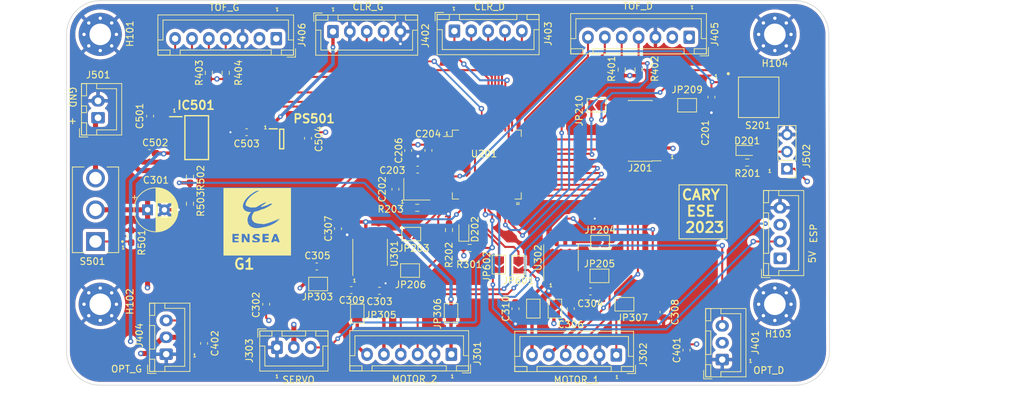
<source format=kicad_pcb>
(kicad_pcb (version 20211014) (generator pcbnew)
  (title_block (title "Poubellator_PCB") (date "2022-10-13") (rev "1.0") (company "ENSEA"))
  (layers (0 "F.Cu" signal) (1 "In1.Cu" signal) (2 "In2.Cu" signal) (31 "B.Cu" signal) (34 "B.Paste" user) (35 "F.Paste" user) (36 "B.SilkS" user "B.Silkscreen") (37 "F.SilkS" user "F.Silkscreen") (38 "B.Mask" user) (39 "F.Mask" user) (44 "Edge.Cuts" user))
  (net 0 "")
  (net 1 "STLINK_NRST")
  (net 2 "Net-(C202-Pad1)")
  (net 3 "V+_batterie")
  (net 4 "Net-(D202-Pad1)")
  (net 5 "BAT_LED")
  (net 8 "SYS_SWDIO")
  (net 9 "SYS_SWCLK")
  (net 13 "M2-")
  (net 14 "/Driver_Motor_SERVO/ENC_2_A")
  (net 15 "/Driver_Motor_SERVO/ENC_2_B")
  (net 16 "M2+")
  (net 17 "M1-")
  (net 18 "/Driver_Motor_SERVO/ENC_1_A")
  (net 19 "/Driver_Motor_SERVO/ENC_1_B")
  (net 20 "M1+")
  (net 21 "/Driver_Motor_SERVO/SERV_DATA")
  (net 22 "/STM32F070RB/OPTQ2")
  (net 23 "/STM32F070RB/CLR_OE")
  (net 24 "/STM32F070RB/CLR_LED")
  (net 25 "/STM32F070RB/OSC_IN")
  (net 26 "/STM32F070RB/CLR_OUT")
  (net 27 "/STM32F070RB/CLR_S3")
  (net 28 "/STM32F070RB/CLR_S2")
  (net 29 "/STM32F070RB/CLR_S1")
  (net 30 "/STM32F070RB/CLR_S0")
  (net 31 "/STM32F070RB/OPTQ1")
  (net 33 "/STM32F070RB/TOF2_SDA")
  (net 34 "/STM32F070RB/TOF2_SCL")
  (net 35 "/STM32F070RB/TOF2_XSHUT")
  (net 36 "/STM32F070RB/TOF2_GPIO1")
  (net 38 "/STM32F070RB/TOF1_SDA")
  (net 39 "/STM32F070RB/TOF1_SCL")
  (net 40 "/STM32F070RB/TOF1_XSHUT")
  (net 41 "/STM32F070RB/TOF1_GPIO1")
  (net 42 "Net-(J501-Pad1)")
  (net 43 "/Driver_Motor_SERVO/DRV_2_REV")
  (net 44 "/Driver_Motor_SERVO/DRV_1_REV")
  (net 45 "Net-(JP204-Pad2)")
  (net 46 "/Driver_Motor_SERVO/DRV_1_FWD")
  (net 47 "Net-(JP205-Pad2)")
  (net 48 "/Driver_Motor_SERVO/DRV_2_FWD")
  (net 49 "STLINK_TX")
  (net 50 "STLINK_RX")
  (net 51 "/Communication/ESP_TX")
  (net 52 "/Communication/ESP_RX")
  (net 53 "/STM32F070RB/OSC_OUT")
  (net 54 "Net-(R501-Pad2)")
  (net 55 "/Alimentation/BAT_STATE")
  (net 78 "+3.3V")
  (net 79 "GND")
  (net 80 "+5V")
  (net 83 "/STM32F070RB/DRV_2_FWD_JP")
  (net 84 "/STM32F070RB/DRV_2_REV_JP")
  (net 85 "/STM32F070RB/ST_LINK_TX")
  (net 86 "/STM32F070RB/ST_LINK_RX")
  (net 87 "/Driver_Motor_SERVO/VM_DRIVER_2_JP")
  (net 88 "/Driver_Motor_SERVO/VM_DRIVER_1_JP")
  (net 89 "/Driver_Motor_SERVO/M2-_JP")
  (net 90 "/Driver_Motor_SERVO/M1-_JP")
  (net 91 "/Driver_Motor_SERVO/M2+_JP")
  (net 92 "/Driver_Motor_SERVO/M1+_JP")
  (net 95 "/STM32F070RB/NRST_sw")
  (net 96 "/Communication/ESP_RX_JP")
  (net 97 "/Communication/ESP_TX_JP")
  (net 98 "/STM32F070RB/LED_line")
  (footprint "Jumper:SolderJumper-2_P1.3mm_Open_TrianglePad1.0x1.5mm" (layer "F.Cu") (at 167.4 140.65 -90)
    (fp_text reference "JP304" hide)
    (fp_text value "SolderJumper_2_Open")
  )
  (footprint "Connector_PinHeader_1.27mm:PinHeader_2x07_P1.27mm_Vertical_SMD" (layer "F.Cu") (at 180.05 114.3 180)
    (fp_text reference "J201")
    (fp_text value "Conn_02x07_Odd_Even")
  )
  (footprint "Resistor_SMD:R_0603_1608Metric_Pad0.98x0.95mm_HandSolder" (layer "F.Cu") (at 151.7 129 -90)
    (fp_text reference "R202")
    (fp_text value "1k")
  )
  (footprint "Capacitor_SMD:C_0603_1608Metric_Pad1.08x0.95mm_HandSolder" (layer "F.Cu") (at 190.6 109.3 -90)
    (fp_text reference "C201")
    (fp_text value "0.1 uF")
  )
  (footprint "Capacitor_SMD:C_0603_1608Metric_Pad1.08x0.95mm_HandSolder" (layer "F.Cu") (at 172.6625 138.1)
    (fp_text reference "C304")
    (fp_text value "1uF")
  )
  (footprint "Jumper:SolderJumper-2_P1.3mm_Open_TrianglePad1.0x1.5mm" (layer "F.Cu") (at 145.925 135 180)
    (fp_text reference "JP206")
    (fp_text value "JP4")
  )
  (footprint "Resistor_SMD:R_0603_1608Metric_Pad0.98x0.95mm_HandSolder" (layer "F.Cu") (at 113.3 121.1 90)
    (fp_text reference "R502")
    (fp_text value "200k")
  )
  (footprint "Resistor_SMD:R_0603_1608Metric_Pad0.98x0.95mm_HandSolder" (layer "F.Cu") (at 147 125.7 180)
    (fp_text reference "R203")
    (fp_text value "10R")
  )
  (footprint "Jumper:SolderJumper-2_P1.3mm_Open_TrianglePad1.0x1.5mm" (layer "F.Cu") (at 173.575 110.5 180)
    (fp_text reference "JP210")
    (fp_text value "JP ")
  )
  (footprint "Capacitor_SMD:C_0603_1608Metric_Pad1.08x0.95mm_HandSolder" (layer "F.Cu") (at 148.65 117.2 90)
    (fp_text reference "C204")
    (fp_text value "100nF")
  )
  (footprint "Connector_JST:JST_XH_B6B-XH-A_1x06_P2.50mm_Vertical" (layer "F.Cu") (at 176.5 147.525 180)
    (fp_text reference "J302")
    (fp_text value "Moteur 1")
  )
  (footprint "Resistor_SMD:R_0603_1608Metric_Pad0.98x0.95mm_HandSolder" (layer "F.Cu") (at 179.8 105.2 90)
    (fp_text reference "R402")
    (fp_text value "2.2k")
  )
  (footprint "Jumper:SolderJumper-2_P1.3mm_Open_TrianglePad1.0x1.5mm" (layer "F.Cu") (at 146.1 129.6)
    (fp_text reference "JP203")
    (fp_text value "JP3")
  )
  (footprint "Resistor_SMD:R_0603_1608Metric_Pad0.98x0.95mm_HandSolder" (layer "F.Cu") (at 118.6 105.7 90)
    (fp_text reference "R404")
    (fp_text value "2.2k")
  )
  (footprint "Capacitor_SMD:C_0603_1608Metric_Pad1.08x0.95mm_HandSolder" (layer "F.Cu") (at 186.9 146.8 90)
    (fp_text reference "C401")
    (fp_text value "10uF")
  )
  (footprint "Crystal:Crystal_SMD_EuroQuartz_MT-4Pin_3.2x2.5mm" (layer "F.Cu") (at 146.95 122.95)
    (fp_text reference "Y201" hide)
    (fp_text value "16 MHz")
  )
  (footprint "Capacitor_SMD:C_0603_1608Metric_Pad1.08x0.95mm_HandSolder" (layer "F.Cu") (at 183.5 141.1625 90)
    (fp_text reference "C308")
    (fp_text value "1uF")
  )
  (footprint "Capacitor_SMD:C_0603_1608Metric_Pad1.08x0.95mm_HandSolder" (layer "F.Cu") (at 115.4 145.8 90)
    (fp_text reference "C402")
    (fp_text value "10uF")
  )
  (footprint "Connector_JST:JST_XH_B6B-XH-A_1x06_P2.50mm_Vertical" (layer "F.Cu") (at 152.05 147.425 180)
    (fp_text reference "J301")
    (fp_text value "Moteur 2")
  )
  (footprint "Package_QFP:LQFP-64_10x10mm_P0.5mm" (layer "F.Cu") (at 157.3 119.3)
    (fp_text reference "U201")
    (fp_text value "STM32G070RBT6")
  )
  (footprint "Resistor_SMD:R_0603_1608Metric_Pad0.98x0.95mm_HandSolder" (layer "F.Cu") (at 154.75 131.65 180)
    (fp_text reference "R301")
    (fp_text value "10k")
  )
  (footprint "Connector_JST:JST_XH_B3B-XH-A_1x03_P2.50mm_Vertical" (layer "F.Cu") (at 192.2 148.2 90)
    (fp_text reference "J401")
    (fp_text value "optiqueGauche")
  )
  (footprint "Capacitor_SMD:C_0603_1608Metric_Pad1.08x0.95mm_HandSolder" (layer "F.Cu") (at 121.7 114.5 180)
    (fp_text reference "C503")
    (fp_text value "1uF")
  )
  (footprint "MountingHole:MountingHole_3.2mm_M3_Pad_Via" (layer "F.Cu") (at 200 140)
    (fp_text reference "H103")
    (fp_text value "MountingHole_Pad")
  )
  (footprint "MIC5317:SOT95P280X145-5N" (layer "F.Cu") (at 126.9 115.5)
    (fp_text reference "PS501")
    (fp_text value "MIC5317-3.3YM5-TR" hide)
  )
  (footprint "Package_SO:SO-8_3.9x4.9mm_P1.27mm" (layer "F.Cu") (at 140 132.3 90)
    (fp_text reference "U301")
    (fp_text value "ZXBM5210-S")
  )
  (footprint "Connector_JST:JST_XH_B3B-XH-A_1x03_P2.50mm_Vertical" (layer "F.Cu") (at 109.775 147.4 90)
    (fp_text reference "J404")
    (fp_text value "optiqueDroit")
  )
  (footprint "Jumper:SolderJumper-2_P1.3mm_Open_TrianglePad1.0x1.5mm" (layer "F.Cu") (at 164.2 140.65 -90)
    (fp_text reference "JP308" hide)
    (fp_text value "SolderJumper_2_Open")
  )
  (footprint "Jumper:SolderJumper-2_P1.3mm_Open_TrianglePad1.0x1.5mm" (layer "F.Cu") (at 174.1 130.8)
    (fp_text reference "JP204")
    (fp_text value "JP1")
  )
  (footprint "Resistor_SMD:R_0603_1608Metric_Pad0.98x0.95mm_HandSolder" (layer "F.Cu") (at 177.3 105.2 90)
    (fp_text reference "R401")
    (fp_text value "2.2k")
  )
  (footprint "Capacitor_SMD:C_0603_1608Metric_Pad1.08x0.95mm_HandSolder" (layer "F.Cu") (at 143.75 122.95 90)
    (fp_text reference "C202")
    (fp_text value "10pF")
  )
  (footprint "Capacitor_SMD:C_0603_1608Metric_Pad1.08x0.95mm_HandSolder" (layer "F.Cu") (at 107.3 117.6 180)
    (fp_text reference "C502")
    (fp_text value "22uF")
  )
  (footprint "2-1437565-7 (1):SW_2-1437565-7" (layer "F.Cu") (at 197.6 109.3275)
    (fp_text reference "S201")
    (fp_text value "2-1437565-7")
  )
  (footprint "Capacitor_SMD:C_0603_1608Metric_Pad1.08x0.95mm_HandSolder" (layer "F.Cu") (at 169.75 140.65 -90)
    (fp_text reference "C306")
    (fp_text value "10uF")
  )
  (footprint "Connector_JST:JST_XH_B3B-XH-A_1x03_P2.50mm_Vertical" (layer "F.Cu") (at 126.2 146.4)
    (fp_text reference "J303")
    (fp_text value "Conn_01x03")
  )
  (footprint "Logo_ensea:ENSEA_LOGO" (layer "F.Cu") (at 123.25 127.75)
    (fp_text reference "G1")
    (fp_text value "LOGO" hide)
  )
  (footprint "Connector_PinHeader_2.54mm:PinHeader_1x03_P2.54mm_Vertical" (layer "F.Cu") (at 201.8 119.925 180)
    (fp_text reference "J502")
    (fp_text value "Conn_01x03_Female")
  )
  (footprint "AZ1117CH2:SOT230P700X180-4N" (layer "F.Cu") (at 114.3 115.3)
    (fp_text reference "IC501")
    (fp_text value "AZ1117CH2-5.0TRG1" hide)
  )
  (footprint "MountingHole:MountingHole_3.2mm_M3_Pad_Via" (layer "F.Cu") (at 200 100)
    (fp_text reference "H104")
    (fp_text value "MountingHole_Pad")
  )
  (footprint "Capacitor_SMD:C_0603_1608Metric_Pad1.08x0.95mm_HandSolder" (layer "F.Cu") (at 161.55 140.6625 90)
    (fp_text reference "C310")
    (fp_text value "1uF")
  )
  (footprint "Connector_JST:JST_XH_B2B-XH-A_1x02_P2.50mm_Vertical" (layer "F.Cu") (at 99.675 112.35 90)
    (fp_text reference "J501")
    (fp_text value "alim batterie")
  )
  (footprint "Capacitor_SMD:C_0603_1608Metric_Pad1.08x0.95mm_HandSolder" (layer "F.Cu") (at 135.25 128.8 90)
    (fp_text reference "C307")
    (fp_text value "1uF")
  )
  (footprint "Package_SO:SO-8_3.9x4.9mm_P1.27mm" (layer "F.Cu") (at 168.3 133.1 90)
    (fp_text reference "U302")
    (fp_text value "ZXBM5210-S")
  )
  (footprint "MountingHole:MountingHole_3.2mm_M3_Pad_Via" (layer "F.Cu") (at 100 140)
    (fp_text reference "H102")
    (fp_text value "MountingHole_Pad")
  )
  (footprint "Jumper:SolderJumper-2_P1.3mm_Open_TrianglePad1.0x1.5mm" (layer "F.Cu") (at 152 141.3 -90)
    (fp_text reference "JP306")
    (fp_text value "SolderJumper_2_Open")
  )
  (footprint "Capacitor_SMD:C_0603_1608Metric_Pad1.08x0.95mm_HandSolder" (layer "F.Cu") (at 130.8 115.4 -90)
    (fp_text reference "C504")
    (fp_text value "1uF")
  )
  (footprint "Capacitor_SMD:C_0603_1608Metric_Pad1.08x0.95mm_HandSolder" (layer "F.Cu") (at 137.2 137.9)
    (fp_text reference "C309")
    (fp_text value "1uF")
  )
  (footprint "Capacitor_SMD:C_0603_1608Metric_Pad1.08x0.95mm_HandSolder" (layer "F.Cu") (at 107.4 112.1125 90)
    (fp_text reference "C501")
    (fp_text value "10uF")
  )
  (footprint "Resistor_SMD:R_0603_1608Metric_Pad0.98x0.95mm_HandSolder" (layer "F.Cu") (at 104.6 129.95 -90)
    (fp_text reference "R501")
    (fp_text value "1k")
  )
  (footprint "Capacitor_SMD:C_0603_1608Metric_Pad1.08x0.95mm_HandSolder" (layer "F.Cu") (at 132.1 134.4 180)
    (fp_text reference "C305")
    (fp_text value "10uF")
  )
  (footprint "Jumper:SolderJumper-2_P1.3mm_Open_TrianglePad1.0x1.5mm" (layer "F.Cu") (at 159.1 134.125 -90)
    (fp_text reference "JP602")
    (fp_text value "JP3")
  )
  (footprint "Connector_JST:JST_XH_B7B-XH-A_1x07_P2.50mm_Vertical" (layer "F.Cu") (at 126.1 100.625 180)
    (fp_text reference "J406")
    (fp_text value "tofGauche")
  )
  (footprint "Connector_JST:JST_XH_B4B-XH-A_1x04_P2.50mm_Vertical" (layer "F.Cu") (at 200.775 133.2 90)
    (fp_text reference "J601" hide)
    (fp_text value "Conn_01x04_Female")
  )
  (footprint "Jumper:SolderJumper-2_P1.3mm_Open_TrianglePad1.0x1.5mm" (layer "F.Cu") (at 187 110.5 180)
    (fp_text reference "JP209")
    (fp_text value "JP")
  )
  (footprint "SWITCH_PRO:SW_100SP1T1B4M2QE" (layer "F.Cu") (at 99.3 126 180)
    (fp_text reference "S501")
    (fp_text value "100SP1T1B4M2QE")
  )
  (footprint "Jumper:SolderJumper-2_P1.3mm_Open_TrianglePad1.0x1.5mm" (layer "F.Cu") (at 177.7 140 180)
    (fp_text reference "JP307")
    (fp_text value "SolderJumper_2_Open")
  )
  (footprint "Connector_JST:JST_XH_B7B-XH-A_1x07_P2.50mm_Vertical" (layer "F.Cu") (at 187.3 100.425 180)
    (fp_text reference "J405")
    (fp_text value "tofDroit")
  )
  (footprint "Resistor_SMD:R_0603_1608Metric_Pad0.98x0.95mm_HandSolder" (layer "F.Cu") (at 116.1 105.7 90)
    (fp_text reference "R403")
    (fp_text value "2.2k")
  )
  (footprint "Capacitor_THT:CP_Radial_D6.3mm_P2.50mm" (layer "F.Cu") (at 107.017621 126)
    (fp_text reference "C301")
    (fp_text value "100uF")
  )
  (footprint "Jumper:SolderJumper-2_P1.3mm_Open_TrianglePad1.0x1.5mm" (layer "F.Cu") (at 174 135.8)
    (fp_text reference "JP205")
    (fp_text value "JP2")
  )
  (footprint "Jumper:SolderJumper-2_P1.3mm_Open_TrianglePad1.0x1.5mm" (layer "F.Cu") (at 132.3 137 180)
    (fp_text reference "JP303")
    (fp_text value "SolderJumper_2_Open")
  )
  (footprint "Capacitor_SMD:C_0603_1608Metric_Pad1.08x0.95mm_HandSolder" (layer "F.Cu") (at 141.4 138)
    (fp_text reference "C303")
    (fp_text value "1uF")
  )
  (footprint "LED_SMD:LED_0603_1608Metric_Pad1.05x0.95mm_HandSolder" (layer "F.Cu") (at 153.9 129 90)
    (fp_text reference "D202")
    (fp_text value "RED")
  )
  (footprint "Connector_JST:JST_XH_B5B-XH-A_1x05_P2.50mm_Vertical" (layer "F.Cu") (at 152.5 99.5)
    (fp_text reference "J403")
    (fp_text value "couleursDroit")
  )
  (footprint "Connector_JST:JST_XH_B5B-XH-A_1x05_P2.50mm_Vertical" (layer "F.Cu") (at 134.5 99.575)
    (fp_text reference "J402")
    (fp_text value "couleursGauche")
  )
  (footprint "Resistor_SMD:R_0603_1608Metric_Pad0.98x0.95mm_HandSolder" (layer "F.Cu") (at 113.3 125.1 90)
    (fp_text reference "R503")
    (fp_text value "100k")
  )
  (footprint "MountingHole:MountingHole_3.2mm_M3_Pad_Via" (layer "F.Cu") (at 100 100)
    (fp_text reference "H101")
    (fp_text value "MountingHole_Pad")
  )
  (footprint "Capacitor_SMD:C_0603_1608Metric_Pad1.08x0.95mm_HandSolder" (layer "F.Cu") (at 124.6 140 -90)
    (fp_text reference "C302")
    (fp_text value "0.1uF")
  )
  (footprint "Resistor_SMD:R_0603_1608Metric_Pad0.98x0.95mm_HandSolder" (layer "F.Cu") (at 195.9 119 180)
    (fp_text reference "R201")
    (fp_text value "1k")
  )
  (footprint "Jumper:SolderJumper-2_P1.3mm_Open_TrianglePad1.0x1.5mm" (layer "F.Cu") (at 162 134.2 -90)
    (fp_text reference "JP601")
    (fp_text value "JP3")
  )
  (footprint "Jumper:SolderJumper-2_P1.3mm_Open_TrianglePad1.0x1.5mm" (layer "F.Cu") (at 138.1 141.4 -90)
    (fp_text reference "JP305")
    (fp_text value "SolderJumper_2_Open")
  )
  (footprint "LED_SMD:LED_0603_1608Metric_Pad1.05x0.95mm_HandSolder" (layer "F.Cu") (at 195.9 117.2)
    (fp_text reference "D201")
    (fp_text value "GREEN")
  )
  (footprint "Capacitor_SMD:C_0603_1608Metric_Pad1.08x0.95mm_HandSolder" (layer "F.Cu") (at 147.05 120.05 180)
    (fp_text reference "C203")
    (fp_text value "10pF")
  )
  (footprint "Capacitor_SMD:C_0603_1608Metric_Pad1.08x0.95mm_HandSolder" (layer "F.Cu") (at 145.65 117.2125 90)
    (fp_text reference "C206")
    (fp_text value "4.7uF")
  )
  (gr_rect (start 185.8 122.3) (end 192.9 130.3) (layer "F.SilkS") (width 0.15) (fill none))
  (gr_arc (start 100 152) (mid 96.464466 150.535534) (end 95 147) (layer "Edge.Cuts") (width 0.1))
  (gr_line (start 200 152) (end 203 152) (layer "Edge.Cuts") (width 0.1))
  (gr_line (start 95 140) (end 95 147) (layer "Edge.Cuts") (width 0.1))
  (gr_line (start 208 100) (end 208.09998 146.9) (layer "Edge.Cuts") (width 0.1))
  (gr_line (start 95 140) (end 95 100) (layer "Edge.Cuts") (width 0.1))
  (gr_arc (start 208.09998 146.9) (mid 206.60623 150.50623) (end 203 151.99998) (layer "Edge.Cuts") (width 0.1))
  (gr_arc (start 203 95) (mid 206.535534 96.464466) (end 208 100) (layer "Edge.Cuts") (width 0.1))
  (gr_line (start 200 95) (end 203 95) (layer "Edge.Cuts") (width 0.1))
  (gr_arc (start 95 100) (mid 96.464466 96.464466) (end 100 95) (layer "Edge.Cuts") (width 0.1))
  (gr_line (start 100 152) (end 200 152) (layer "Edge.Cuts") (width 0.1))
  (gr_line (start 100 95) (end 200 95) (layer "Edge.Cuts") (width 0.1))
  (gr_text "MOTOR_2" (at 146.6 151.1) (layer "F.SilkS") (effects (font (size 1 1))))
  (gr_text "1" (at 134.5 96.3 180) (layer "F.SilkS") (effects (font (size 0.5 0.5) (thickness 0.125))))
  (gr_text "OPT_D" (at 199.1 149.8) (layer "F.SilkS") (effects (font (size 1 1))))
  (gr_text "1" (at 152.2 150.7) (layer "F.SilkS") (effects (font (size 0.5 0.5) (thickness 0.125))))
  (gr_text "1" (at 152.4 96.2 180) (layer "F.SilkS") (effects (font (size 0.5 0.5) (thickness 0.125))))
  (gr_text "1" (at 191.3 106.2) (layer "F.SilkS") (effects (font (size 0.5 0.5) (thickness 0.125))))
  (gr_text "CLR_D" (at 157.7 95.9) (layer "F.SilkS") (effects (font (size 1 1))))
  (gr_text "OPT_G" (at 103.9 149.6) (layer "F.SilkS") (effects (font (size 1 1))))
  (gr_text "+" (at 95.9 112.8) (layer "F.SilkS") (effects (font (size 1 1))))
  (gr_text "CARY \nESE \n2023" (at 189.6 126.2) (layer "F.SilkS") (effects (font (size 1.5 1.5) (thickness 0.3))))
  (gr_text "1" (at 176.6 150.8) (layer "F.SilkS") (effects (font (size 0.5 0.5) (thickness 0.125))))
  (gr_text "1" (at 124.5 113.8) (layer "F.SilkS") (effects (font (size 0.5 0.5) (thickness 0.125))))
  (gr_text "1" (at 111 111.3) (layer "F.SilkS") (effects (font (size 0.5 0.5) (thickness 0.125))))
  (gr_text "1" (at 151.4 114.7) (layer "F.SilkS") (effects (font (size 0.5 0.5) (thickness 0.125))))
  (gr_text "1" (at 126.2 96.3 180) (layer "F.SilkS") (effects (font (size 0.5 0.5) (thickness 0.125))))
  (gr_text "1" (at 199.25 120.25) (layer "F.SilkS") (effects (font (size 0.5 0.5) (thickness 0.125))))
  (gr_text "1" (at 166.8 137.2) (layer "F.SilkS") (effects (font (size 0.5 0.5) (thickness 0.125))))
  (gr_text "1" (at 144.8 124.8) (layer "F.SilkS") (effects (font (size 0.5 0.5) (thickness 0.125))))
  (gr_text "GND" (at 95.9 109.3 270) (layer "F.SilkS") (effects (font (size 1 1))))
  (gr_text "5V" (at 205.55 133 90) (layer "F.SilkS") (effects (font (size 1 1))))
  (gr_text "CLR_G" (at 139.7 95.9) (layer "F.SilkS") (effects (font (size 1 1))))
  (gr_text "TOF_G" (at 118.4 96) (layer "F.SilkS") (effects (font (size 1 1))))
  (gr_text "1" (at 187.7 96 180) (layer "F.SilkS") (effects (font (size 0.5 0.5) (thickness 0.125))))
  (gr_text "32" (at 161.9 125.1) (layer "F.SilkS") (effects (font (size 0.3 0.3) (thickness 0.075))))
  (gr_text "1" (at 184.8 118.2) (layer "F.SilkS") (effects (font (size 0.5 0.5) (thickness 0.125))))
  (gr_text "1" (at 137.7 136.5) (layer "F.SilkS") (effects (font (size 0.5 0.5) (thickness 0.125))))
  (gr_text "TOF_D" (at 179.7 95.8) (layer "F.SilkS") (effects (font (size 1 1))))
  (gr_text "1" (at 103.4 131.6) (layer "F.SilkS") (effects (font (size 0.5 0.5) (thickness 0.125))))
  (gr_text "1" (at 114 147.6) (layer "F.SilkS") (effects (font (size 0.5 0.5) (thickness 0.125))))
  (gr_text "MOTOR_1" (at 170.6 151.2) (layer "F.SilkS") (effects (font (size 1 1))))
  (gr_text "1" (at 126.2 150.7) (layer "F.SilkS") (effects (font (size 0.5 0.5) (thickness 0.125))))
  (gr_text "1" (at 196.4 148.4) (layer "F.SilkS") (effects (font (size 0.5 0.5) (thickness 0.125))))
  (gr_text "SERVO" (at 129.4 151.2) (layer "F.SilkS") (effects (font (size 1 1))))
  (gr_text "ESP" (at 205.75 129.5 90) (layer "F.SilkS") (effects (font (size 1 1))))
  (segment (start 183 108.6) (end 186.3 105.3) (width 0.3) (layer "F.Cu") (net 1))
  (segment (start 201.3 105.3) (end 202.15 106.15) (width 0.3) (layer "F.Cu") (net 1))
  (segment (start 202.15 106.15) (end 202.15 107.0775) (width 0.3) (layer "F.Cu") (net 1))
  (segment (start 175.24 111.76) (end 178.1 111.76) (width 0.3) (layer "F.Cu") (net 1))
  (segment (start 174.3 112.7) (end 175.24 111.76) (width 0.3) (layer "F.Cu") (net 1))
  (segment (start 186.3 105.3) (end 201.3 105.3) (width 0.3) (layer "F.Cu") (net 1))
  (via (at 174.3 112.7) (size 0.7) (drill 0.3) (layers "F.Cu" "B.Cu") (net 1))
  (via (at 183 108.6) (size 0.7) (drill 0.3) (layers "F.Cu" "B.Cu") (net 1))
  (segment (start 182.9 108.7) (end 175.9 108.7) (width 0.3) (layer "B.Cu") (net 1))
  (segment (start 174.3 110.3) (end 174.3 112.7) (width 0.3) (layer "B.Cu") (net 1))
  (segment (start 183 108.6) (end 182.9 108.7) (width 0.3) (layer "B.Cu") (net 1))
  (segment (start 175.9 108.7) (end 174.3 110.3) (width 0.3) (layer "B.Cu") (net 1))
  (segment (start 145.8125 123.8125) (end 145.85 123.85) (width 0.3) (layer "F.Cu") (net 2))
  (segment (start 143.75 123.8125) (end 145.8125 123.8125) (width 0.3) (layer "F.Cu") (net 2))
  (segment (start 145.85 125.4625) (end 146.0875 125.7) (width 0.3) (layer "F.Cu") (net 2))
  (segment (start 145.85 123.85) (end 145.85 125.4625) (width 0.3) (layer "F.Cu") (net 2))
  (segment (start 128.7 146.4) (end 128.7 143) (width 0.75) (layer "F.Cu") (net 3))
  (segment (start 105.7875 120.1875) (end 104.55 118.95) (width 0.75) (layer "F.Cu") (net 3))
  (segment (start 107.017621 137.532379) (end 107.017621 126) (width 0.75) (layer "F.Cu") (net 3))
  (segment (start 111.175 112.975) (end 111.2 113) (width 0.75) (layer "F.Cu") (net 3))
  (segment (start 107 137.55) (end 107.017621 137.532379) (width 0.75) (layer "F.Cu") (net 3))
  (segment (start 107.375 112.975) (end 107.4 112.975) (width 0.75) (layer "F.Cu") (net 3))
  (segment (start 124.6 142) (end 125 142.4) (width 0.3) (layer "F.Cu") (net 3))
  (segment (start 124.6 140.8625) (end 124.6 142) (width 0.3) (layer "F.Cu") (net 3))
  (segment (start 107.4 112.975) (end 111.175 112.975) (width 0.75) (layer "F.Cu") (net 3))
  (segment (start 106.8 126) (end 99.3 126) (width 0.75) (layer "F.Cu") (net 3))
  (segment (start 131.275 137) (end 130.2 137) (width 0.5) (layer "F.Cu") (net 3))
  (segment (start 130.2 137) (end 129.6 137.6) (width 0.5) (layer "F.Cu") (net 3))
  (segment (start 110.2125 120.1875) (end 105.7875 120.1875) (width 0.75) (layer "F.Cu") (net 3))
  (segment (start 110.2125 120.1875) (end 113.3 120.1875) (width 0.75) (layer "F.Cu") (net 3))
  (segment (start 104.55 115.8) (end 107.375 112.975) (width 0.75) (layer "F.Cu") (net 3))
  (segment (start 107.017621 123.382379) (end 110.2125 120.1875) (width 0.75) (layer "F.Cu") (net 3))
  (segment (start 104.55 118.95) (end 104.55 115.8) (width 0.75) (layer "F.Cu") (net 3))
  (segment (start 107.017621 126) (end 107.017621 123.382379) (width 0.75) (layer "F.Cu") (net 3))
  (segment (start 167.25 141.375) (end 167.25 142.85) (width 0.5) (layer "F.Cu") (net 3))
  (via (at 125 142.4) (size 0.8) (drill 0.4) (layers "F.Cu" "B.Cu") (net 3))
  (via (at 128.7 143) (size 0.8) (drill 0.4) (layers "F.Cu" "B.Cu") (net 3))
  (via (at 107 137.55) (size 0.8) (drill 0.4) (layers "F.Cu" "B.Cu") (net 3))
  (via (at 167.25 142.85) (size 0.8) (drill 0.4) (layers "F.Cu" "B.Cu") (net 3))
  (via (at 129.6 137.6) (size 0.7) (drill 0.3) (layers "F.Cu" "B.Cu") (net 3))
  (segment (start 153.8625 129.9125) (end 153.9 129.875) (width 0.3) (layer "F.Cu") (net 4))
  (segment (start 151.7 129.9125) (end 153.8625 129.9125) (width 0.3) (layer "F.Cu") (net 4))
  (segment (start 154.05 127.975) (end 153.9 128.125) (width 0.3) (layer "F.Cu") (net 5))
  (segment (start 154.05 124.975) (end 154.05 127.975) (width 0.3) (layer "F.Cu") (net 5))
  (segment (start 177.89 117.05) (end 178.1 116.84) (width 0.3) (layer "F.Cu") (net 8))
  (segment (start 162.975 117.05) (end 177.89 117.05) (width 0.3) (layer "F.Cu") (net 8))
  (segment (start 162.975 116.55) (end 165.55 116.55) (width 0.3) (layer "F.Cu") (net 9))
  (segment (start 166.53 115.57) (end 178.1 115.57) (width 0.3) (layer "F.Cu") (net 9))
  (segment (start 165.55 116.55) (end 166.53 115.57) (width 0.3) (layer "F.Cu") (net 9))
  (segment (start 152 147.375) (end 152.05 147.425) (width 0.5) (layer "F.Cu") (net 13))
  (segment (start 152 142.025) (end 152 147.375) (width 0.5) (layer "F.Cu") (net 13))
  (segment (start 149.8 138.5) (end 147.05 141.25) (width 0.3) (layer "F.Cu") (net 14))
  (segment (start 147.05 141.25) (end 147.05 147.425) (width 0.3) (layer "F.Cu") (net 14))
  (segment (start 160.4 138.5) (end 149.8 138.5) (width 0.3) (layer "F.Cu") (net 14))
  (segment (start 174.3 120.7) (end 174.15 120.55) (width 0.3) (layer "F.Cu") (net 14))
  (segment (start 174.15 120.55) (end 162.975 120.55) (width 0.3) (layer "F.Cu") (net 14))
  (segment (start 161.3 137.6) (end 160.4 138.5) (width 0.3) (layer "F.Cu") (net 14))
  (via (at 174.3 120.7) (size 0.7) (drill 0.3) (layers "F.Cu" "B.Cu") (net 14))
  (via (at 161.3 137.6) (size 0.7) (drill 0.3) (layers "F.Cu" "B.Cu") (net 14))
  (segment (start 163 132) (end 174.3 120.7) (width 0.3) (layer "B.Cu") (net 14))
  (segment (start 163 135.9) (end 163 132) (width 0.3) (layer "B.Cu") (net 14))
  (segment (start 161.3 137.6) (end 163 135.9) (width 0.3) (layer "B.Cu") (net 14))
  (segment (start 159.75 137.8) (end 147.8 137.8) (width 0.3) (layer "F.Cu") (net 15))
  (segment (start 147.8 137.8) (end 144.55 141.05) (width 0.3) (layer "F.Cu") (net 15))
  (segment (start 144.55 141.05) (end 144.55 147.425) (width 0.3) (layer "F.Cu") (net 15))
  (segment (start 173.4495 119.6) (end 165.9 119.6) (width 0.3) (layer "F.Cu") (net 15))
  (segment (start 165.9 119.6) (end 165.45 120.05) (width 0.3) (layer "F.Cu") (net 15))
  (segment (start 159.85 137.7) (end 159.75 137.8) (width 0.3) (layer "F.Cu") (net 15))
  (segment (start 173.7 119.8505) (end 173.4495 119.6) (width 0.3) (layer "F.Cu") (net 15))
  (segment (start 165.45 120.05) (end 162.975 120.05) (width 0.3) (layer "F.Cu") (net 15))
  (via (at 173.7 119.8505) (size 0.7) (drill 0.3) (layers "F.Cu" "B.Cu") (net 15))
  (via (at 159.85 137.7) (size 0.7) (drill 0.3) (layers "F.Cu" "B.Cu") (net 15))
  (segment (start 159.85 137.7) (end 160.8 136.75) (width 0.3) (layer "B.Cu") (net 15))
  (segment (start 160.8 132.7505) (end 173.7 119.8505) (width 0.3) (layer "B.Cu") (net 15))
  (segment (start 160.8 136.75) (end 160.8 132.7505) (width 0.3) (layer "B.Cu") (net 15))
  (segment (start 138.1 142.125) (end 138.1 146.2) (width 0.5) (layer "F.Cu") (net 16))
  (segment (start 139.325 147.425) (end 139.55 147.425) (width 0.5) (layer "F.Cu") (net 16))
  (segment (start 138.1 146.2) (end 139.325 147.425) (width 0.5) (layer "F.Cu") (net 16))
  (segment (start 176.5 140.475) (end 176.975 140) (width 0.3) (layer "F.Cu") (net 17))
  (segment (start 176.5 147.525) (end 176.5 140.475) (width 0.3) (layer "F.Cu") (net 17))
  (segment (start 175.2 122.3) (end 178.9 126) (width 0.3) (layer "F.Cu") (net 18))
  (segment (start 165.15 121.55) (end 165.9 122.3) (width 0.3) (layer "F.Cu") (net 18))
  (segment (start 178.9 134.5) (end 175.5 137.9) (width 0.3) (layer "F.Cu") (net 18))
  (segment (start 175.5 137.9) (end 175.5 141.6) (width 0.3) (layer "F.Cu") (net 18))
  (segment (start 165.9 122.3) (end 175.2 122.3) (width 0.3) (layer "F.Cu") (net 18))
  (segment (start 178.9 126) (end 178.9 134.5) (width 0.3) (layer "F.Cu") (net 18))
  (segment (start 175.5 141.6) (end 171.5 145.6) (width 0.3) (layer "F.Cu") (net 18))
  (segment (start 162.975 121.55) (end 165.15 121.55) (width 0.3) (layer "F.Cu") (net 18))
  (segment (start 171.5 145.6) (end 171.5 147.525) (width 0.3) (layer "F.Cu") (net 18))
  (segment (start 165.65 121.05) (end 162.975 121.05) (width 0.3) (layer "F.Cu") (net 19))
  (segment (start 174.6 140.55) (end 174.6 140.65) (width 0.3) (layer "F.Cu") (net 19))
  (segment (start 174.6 140.65) (end 169 146.25) (width 0.3) (layer "F.Cu") (net 19))
  (segment (start 175.4 121.5) (end 166.1 121.5) (width 0.3) (layer "F.Cu") (net 19))
  (segment (start 166.1 121.5) (end 165.65 121.05) (width 0.3) (layer "F.Cu") (net 19))
  (segment (start 179.7 135.55) (end 179.7 125.8) (width 0.3) (layer "F.Cu") (net 19))
  (segment (start 169 146.25) (end 169 147.525) (width 0.3) (layer "F.Cu") (net 19))
  (segment (start 179.7 125.8) (end 175.4 121.5) (width 0.3) (layer "F.Cu") (net 19))
  (via (at 179.7 135.55) (size 0.7) (drill 0.3) (layers "F.Cu" "B.Cu") (net 19))
  (via (at 174.6 140.55) (size 0.7) (drill 0.3) (layers "F.Cu" "B.Cu") (net 19))
  (segment (start 174.6 140.55) (end 174.6 140.5) (width 0.3) (layer "B.Cu") (net 19))
  (segment (start 179.55 135.55) (end 179.7 135.55) (width 0.3) (layer "B.Cu") (net 19))
  (segment (start 174.6 140.5) (end 179.55 135.55) (width 0.3) (layer "B.Cu") (net 19))
  (segment (start 164 141.575) (end 164 147.525) (width 0.5) (layer "F.Cu") (net 20))
  (segment (start 164.2 141.375) (end 164 141.575) (width 0.5) (layer "F.Cu") (net 20))
  (segment (start 155.6625 131.65) (end 158.05 131.65) (width 0.3) (layer "F.Cu") (net 21))
  (segment (start 157.55 126.05) (end 157.55 124.975) (width 0.3) (layer "F.Cu") (net 21))
  (segment (start 158.05 131.65) (end 158.1 131.6) (width 0.3) (layer "F.Cu") (net 21))
  (segment (start 158.1 127.6) (end 158.1 126.6) (width 0.3) (layer "F.Cu") (net 21))
  (segment (start 158.1 126.6) (end 157.55 126.05) (width 0.3) (layer "F.Cu") (net 21))
  (segment (start 133.9 146.4) (end 135.2 145.1) (width 0.3) (layer "F.Cu") (net 21))
  (segment (start 131.2 146.4) (end 133.9 146.4) (width 0.3) (layer "F.Cu") (net 21))
  (via (at 158.1 127.6) (size 0.7) (drill 0.3) (layers "F.Cu" "B.Cu") (net 21))
  (via (at 158.1 131.6) (size 0.8) (drill 0.4) (layers "F.Cu" "B.Cu") (net 21))
  (via (at 135.2 145.1) (size 0.7) (drill 0.3) (layers "F.Cu" "B.Cu") (net 21))
  (segment (start 137.6 142.7) (end 135.2 145.1) (width 0.3) (layer "B.Cu") (net 21))
  (segment (start 158.1 131.6) (end 158.1 127.6) (width 0.3) (layer "B.Cu") (net 21))
  (segment (start 158.1 131.6) (end 155.7 134) (width 0.3) (layer "B.Cu") (net 21))
  (segment (start 155.7 142.5) (end 155.5 142.7) (width 0.3) (layer "B.Cu") (net 21))
  (segment (start 155.7 134) (end 155.7 142.5) (width 0.3) (layer "B.Cu") (net 21))
  (segment (start 155.5 142.7) (end 137.6 142.7) (width 0.3) (layer "B.Cu") (net 21))
  (segment (start 192.2 131.3) (end 192.2 143.2) (width 0.3) (layer "F.Cu") (net 22))
  (segment (start 157.1 126.7) (end 157.05 126.65) (width 0.3) (layer "F.Cu") (net 22))
  (segment (start 157.05 126.65) (end 157.05 124.975) (width 0.3) (layer "F.Cu") (net 22))
  (via (at 157.1 126.7) (size 0.8) (drill 0.4) (layers "F.Cu" "B.Cu") (net 22))
  (via (at 192.2 131.3) (size 0.8) (drill 0.4) (layers "F.Cu" "B.Cu") (net 22))
  (segment (start 163.8 135.6) (end 163.8 136.6) (width 0.3) (layer "B.Cu") (net 22))
  (segment (start 163.8 136.6) (end 161.5 138.9) (width 0.3) (layer "B.Cu") (net 22))
  (segment (start 158.3 126.7) (end 157.1 126.7) (width 0.3) (layer "B.Cu") (net 22))
  (segment (start 159.1505 127.5505) (end 158.3 126.7) (width 0.3) (layer "B.Cu") (net 22))
  (segment (start 159.7 138.9) (end 159.1505 138.3505) (width 0.3) (layer "B.Cu") (net 22))
  (segment (start 159.1505 138.3505) (end 159.1505 127.5505) (width 0.3) (layer "B.Cu") (net 22))
  (segment (start 192.2 131.3) (end 168.1 131.3) (width 0.3) (layer "B.Cu") (net 22))
  (segment (start 168.1 131.3) (end 163.8 135.6) (width 0.3) (layer "B.Cu") (net 22))
  (segment (start 161.5 138.9) (end 159.7 138.9) (width 0.3) (layer "B.Cu") (net 22))
  (segment (start 139.5 103) (end 141.8 105.3) (width 0.3) (layer "F.Cu") (net 23))
  (segment (start 139.5 99.575) (end 139.5 103) (width 0.3) (layer "F.Cu") (net 23))
  (segment (start 141.8 105.3) (end 156.3 105.3) (width 0.3) (layer "F.Cu") (net 23))
  (segment (start 157.55 106.55) (end 157.55 113.625) (width 0.3) (layer "F.Cu") (net 23))
  (segment (start 156.3 105.3) (end 157.55 106.55) (width 0.3) (layer "F.Cu") (net 23))
  (segment (start 156.55 111.05) (end 156.55 113.625) (width 0.25) (layer "F.Cu") (net 24))
  (segment (start 156.5 111) (end 156.55 111.05) (width 0.25) (layer "F.Cu") (net 24))
  (segment (start 149.5 104) (end 144.7 104) (width 0.25) (layer "F.Cu") (net 24))
  (segment (start 142 101.3) (end 142 99.575) (width 0.25) (layer "F.Cu") (net 24))
  (segment (start 144.7 104) (end 142 101.3) (width 0.25) (layer "F.Cu") (net 24))
  (via (at 156.5 111) (size 0.8) (drill 0.4) (layers "F.Cu" "B.Cu") (net 24))
  (via (at 149.5 104) (size 0.8) (drill 0.4) (layers "F.Cu" "B.Cu") (net 24))
  (segment (start 156.5 111) (end 149.5 104) (width 0.25) (layer "B.Cu") (net 24))
  (segment (start 151.625 120.05) (end 147.9125 120.05) (width 0.3) (layer "F.Cu") (net 25))
  (segment (start 147.9125 120.05) (end 147.9125 121.9125) (width 0.3) (layer "F.Cu") (net 25))
  (segment (start 147.9125 121.9125) (end 148.05 122.05) (width 0.3) (layer "F.Cu") (net 25))
  (segment (start 152.5 103) (end 152.5 99.5) (width 0.3) (layer "F.Cu") (net 26))
  (segment (start 160.2995 106.796422) (end 160.05 107.045922) (width 0.3) (layer "F.Cu") (net 26))
  (segment (start 160.05 107.045922) (end 160.05 113.625) (width 0.3) (layer "F.Cu") (net 26))
  (segment (start 153.9 104.4) (end 152.5 103) (width 0.3) (layer "F.Cu") (net 26))
  (via (at 153.9 104.4) (size 0.8) (drill 0.4) (layers "F.Cu" "B.Cu") (net 26))
  (via (at 160.2995 106.796422) (size 0.8) (drill 0.4) (layers "F.Cu" "B.Cu") (net 26))
  (segment (start 153.9 104.4) (end 156.296422 106.796422) (width 0.3) (layer "B.Cu") (net 26))
  (segment (start 156.296422 106.796422) (end 160.2995 106.796422) (width 0.3) (layer "B.Cu") (net 26))
  (segment (start 155 103.2) (end 158.05 106.25) (width 0.3) (layer "F.Cu") (net 27))
  (segment (start 155 99.5) (end 155 103.2) (width 0.3) (layer "F.Cu") (net 27))
  (segment (start 158.05 106.25) (end 158.05 113.625) (width 0.3) (layer "F.Cu") (net 27))
  (segment (start 157.5 103.1) (end 158.55 104.15) (width 0.3) (layer "F.Cu") (net 28))
  (segment (start 157.5 99.5) (end 157.5 103.1) (width 0.3) (layer "F.Cu") (net 28))
  (segment (start 158.55 104.15) (end 158.55 113.625) (width 0.3) (layer "F.Cu") (net 28))
  (segment (start 160 99.5) (end 160 103.2) (width 0.3) (layer "F.Cu") (net 29))
  (segment (start 160 103.2) (end 159.05 104.15) (width 0.3) (layer "F.Cu") (net 29))
  (segment (start 159.05 104.15) (end 159.05 113.625) (width 0.3) (layer "F.Cu") (net 29))
  (segment (start 162.5 99.5) (end 162.5 103.1) (width 0.3) (layer "F.Cu") (net 30))
  (segment (start 162.5 103.1) (end 159.55 106.05) (width 0.3) (layer "F.Cu") (net 30))
  (segment (start 159.55 106.05) (end 159.55 113.625) (width 0.3) (layer "F.Cu") (net 30))
  (segment (start 151.625 115.55) (end 150.975 114.9) (width 0.3) (layer "F.Cu") (net 31))
  (segment (start 116.1 142.4) (end 109.775 142.4) (width 0.3) (layer "F.Cu") (net 31))
  (segment (start 143.6 114.9) (end 116.1 142.4) (width 0.3) (layer "F.Cu") (net 31))
  (segment (start 150.975 114.9) (end 143.6 114.9) (width 0.3) (layer "F.Cu") (net 31))
  (segment (start 179.8 104.2875) (end 179.8 100.425) (width 0.3) (layer "F.Cu") (net 33))
  (segment (start 160.55 127.7505) (end 160.55 124.975) (width 0.3) (layer "F.Cu") (net 33))
  (segment (start 181.1 104.3) (end 179.8125 104.3) (width 0.3) (layer "F.Cu") (net 33))
  (segment (start 162.6 129.8005) (end 160.55 127.7505) (width 0.3) (layer "F.Cu") (net 33))
  (segment (start 179.8125 104.3) (end 179.8 104.2875) (width 0.3) (layer "F.Cu") (net 33))
  (via (at 162.6 129.8005) (size 0.7) (drill 0.3) (layers "F.Cu" "B.Cu") (net 33))
  (via (at 181.1 104.3) (size 0.7) (drill 0.3) (layers "F.Cu" "B.Cu") (net 33))
  (segment (start 181.1 106.7) (end 179.9 107.9) (width 0.3) (layer "B.Cu") (net 33))
  (segment (start 181.1 104.3) (end 181.1 106.7) (width 0.3) (layer "B.Cu") (net 33))
  (segment (start 179.9 107.9) (end 175.3 107.9) (width 0.3) (layer "B.Cu") (net 33))
  (segment (start 162.6 129.8) (end 162.6 129.8005) (width 0.3) (layer "B.Cu") (net 33))
  (segment (start 169.5 122.9) (end 162.6 129.8) (width 0.3) (layer "B.Cu") (net 33))
  (segment (start 169.5 113.7) (end 169.5 122.9) (width 0.3) (layer "B.Cu") (net 33))
  (segment (start 175.3 107.9) (end 169.5 113.7) (width 0.3) (layer "B.Cu") (net 33))
  (segment (start 160.055103 128.155103) (end 160.05 128.15) (width 0.3) (layer "F.Cu") (net 34))
  (segment (start 168.4 111.1) (end 168.4 114.6) (width 0.3) (layer "F.Cu") (net 34))
  (segment (start 175.2125 104.2875) (end 168.4 111.1) (width 0.3) (layer "F.Cu") (net 34))
  (segment (start 160.055103 128.244847) (end 160.055103 128.155103) (width 0.3) (layer "F.Cu") (net 34))
  (segment (start 177.3 100.425) (end 177.3 104.2875) (width 0.3) (layer "F.Cu") (net 34))
  (segment (start 160.05 128.15) (end 160.05 124.975) (width 0.3) (layer "F.Cu") (net 34))
  (segment (start 177.3 104.2875) (end 175.2125 104.2875) (width 0.3) (layer "F.Cu") (net 34))
  (via (at 160.055103 128.244847) (size 0.7) (drill 0.3) (layers "F.Cu" "B.Cu") (net 34))
  (via (at 168.4 114.6) (size 0.7) (drill 0.3) (layers "F.Cu" "B.Cu") (net 34))
  (segment (start 168.4 122.8) (end 168.4 114.6) (width 0.3) (layer "B.Cu") (net 34))
  (segment (start 162.2 129) (end 168.4 122.8) (width 0.3) (layer "B.Cu") (net 34))
  (segment (start 160.055103 128.244847) (end 160.810256 129) (width 0.3) (layer "B.Cu") (net 34))
  (segment (start 160.810256 129) (end 162.2 129) (width 0.3) (layer "B.Cu") (net 34))
  (segment (start 174.8 100.425) (end 174.8 102.7) (width 0.3) (layer "F.Cu") (net 35))
  (segment (start 165.4 112.1) (end 165.4 115.1) (width 0.3) (layer "F.Cu") (net 35))
  (segment (start 165.4 115.1) (end 164.45 116.05) (width 0.3) (layer "F.Cu") (net 35))
  (segment (start 174.8 102.7) (end 165.4 112.1) (width 0.3) (layer "F.Cu") (net 35))
  (segment (start 164.45 116.05) (end 162.975 116.05) (width 0.3) (layer "F.Cu") (net 35))
  (segment (start 162.975 112.625) (end 162.975 115.55) (width 0.3) (layer "F.Cu") (net 36))
  (segment (start 172.3 103.3) (end 162.975 112.625) (width 0.3) (layer "F.Cu") (net 36))
  (segment (start 172.3 100.425) (end 172.3 103.3) (width 0.3) (layer "F.Cu") (net 36))
  (segment (start 155.05 113.625) (end 155.05 110.95) (width 0.3) (layer "F.Cu") (net 38))
  (segment (start 120.1125 106.3) (end 118.6 104.7875) (width 0.3) (layer "F.Cu") (net 38))
  (segment (start 118.6 104.7875) (end 118.6 100.625) (width 0.3) (layer "F.Cu") (net 38))
  (segment (start 150.4 106.3) (end 120.1125 106.3) (width 0.3) (layer "F.Cu") (net 38))
  (segment (start 155.05 110.95) (end 150.4 106.3) (width 0.3) (layer "F.Cu") (net 38))
  (segment (start 154.55 112.05) (end 154.55 113.625) (width 0.3) (layer "F.Cu") (net 39))
  (segment (start 116.1 104.7875) (end 115.5125 104.7875) (width 0.3) (layer "F.Cu") (net 39))
  (segment (start 114.7 107.5) (end 115.8 108.6) (width 0.3) (layer "F.Cu") (net 39))
  (segment (start 116.1 100.625) (end 116.1 104.7875) (width 0.3) (layer "F.Cu") (net 39))
  (segment (start 114.7 105.6) (end 114.7 107.5) (width 0.3) (layer "F.Cu") (net 39))
  (segment (start 115.5125 104.7875) (end 114.7 105.6) (width 0.3) (layer "F.Cu") (net 39))
  (segment (start 151.1 108.6) (end 154.55 112.05) (width 0.3) (layer "F.Cu") (net 39))
  (segment (start 115.8 108.6) (end 151.1 108.6) (width 0.3) (layer "F.Cu") (net 39))
  (segment (start 154.05 112.55) (end 154.05 113.625) (width 0.3) (layer "F.Cu") (net 40))
  (segment (start 115.1 110) (end 151.5 110) (width 0.3) (layer "F.Cu") (net 40))
  (segment (start 113.6 108.5) (end 115.1 110) (width 0.3) (layer "F.Cu") (net 40))
  (segment (start 151.5 110) (end 154.05 112.55) (width 0.3) (layer "F.Cu") (net 40))
  (segment (start 113.6 100.625) (end 113.6 108.5) (width 0.3) (layer "F.Cu") (net 40))
  (segment (start 150.625 110.7) (end 113.9 110.7) (width 0.3) (layer "F.Cu") (net 41))
  (segment (start 113.9 110.7) (end 111.1 107.9) (width 0.3) (layer "F.Cu") (net 41))
  (segment (start 153.55 113.625) (end 150.625 110.7) (width 0.3) (layer "F.Cu") (net 41))
  (segment (start 111.1 107.9) (end 111.1 100.625) (width 0.3) (layer "F.Cu") (net 41))
  (segment (start 99.3 112.725) (end 99.3 121.3) (width 0.75) (layer "F.Cu") (net 42))
  (segment (start 99.675 112.35) (end 99.3 112.725) (width 0.75) (layer "F.Cu") (net 42))
  (segment (start 141.905 129.725) (end 145.15 129.725) (width 0.3) (layer "F.Cu") (net 43))
  (segment (start 145.15 129.725) (end 145.175 129.7) (width 0.3) (layer "F.Cu") (net 43))
  (segment (start 170.48 130.8) (end 170.205 130.525) (width 0.3) (layer "F.Cu") (net 44))
  (segment (start 173.375 130.8) (end 170.48 130.8) (width 0.3) (layer "F.Cu") (net 44))
  (segment (start 163.825 123.9) (end 162.975 123.05) (width 0.3) (layer "F.Cu") (net 45))
  (segment (start 174.3 123.9) (end 163.825 123.9) (width 0.3) (layer "F.Cu") (net 45))
  (segment (start 174.825 130.8) (end 176 130.8) (width 0.3) (layer "F.Cu") (net 45))
  (segment (start 176.7 130.1) (end 176.7 126.3) (width 0.3) (layer "F.Cu") (net 45))
  (segment (start 176.7 126.3) (end 174.3 123.9) (width 0.3) (layer "F.Cu") (net 45))
  (segment (start 176 130.8) (end 176.7 130.1) (width 0.3) (layer "F.Cu") (net 45))
  (segment (start 170.33 135.8) (end 170.205 135.675) (width 0.3) (layer "F.Cu") (net 46))
  (segment (start 173.275 135.8) (end 170.33 135.8) (width 0.3) (layer "F.Cu") (net 46))
  (segment (start 162.975 122.55) (end 163.851041 122.55) (width 0.3) (layer "F.Cu") (net 47))
  (segment (start 174.807106 123) (end 178.2 126.392894) (width 0.3) (layer "F.Cu") (net 47))
  (segment (start 178.2 126.392894) (end 178.2 132.325) (width 0.3) (layer "F.Cu") (net 47))
  (segment (start 164.301041 123) (end 174.807106 123) (width 0.3) (layer "F.Cu") (net 47))
  (segment (start 178.2 132.325) (end 174.725 135.8) (width 0.3) (layer "F.Cu") (net 47))
  (segment (start 163.851041 122.55) (end 164.301041 123) (width 0.3) (layer "F.Cu") (net 47))
  (segment (start 145.2 135) (end 142.03 135) (width 0.3) (layer "F.Cu") (net 48))
  (segment (start 142.03 135) (end 141.905 134.875) (width 0.3) (layer "F.Cu") (net 48))
  (segment (start 175.8 120.6) (end 184.2 120.6) (width 0.3) (layer "F.Cu") (net 49))
  (segment (start 187.8 110.575) (end 187.725 110.5) (width 0.3) (layer "F.Cu") (net 49))
  (segment (start 162.975 119.55) (end 164.75 119.55) (width 0.3) (layer "F.Cu") (net 49))
  (segment (start 184.2 120.6) (end 187.8 117) (width 0.3) (layer "F.Cu") (net 49))
  (segment (start 173.8 118.6) (end 175.8 120.6) (width 0.3) (layer "F.Cu") (net 49))
  (segment (start 187.8 117) (end 187.8 110.575) (width 0.3) (layer "F.Cu") (net 49))
  (segment (start 165.7 118.6) (end 173.8 118.6) (width 0.3) (layer "F.Cu") (net 49))
  (segment (start 164.75 119.55) (end 165.7 118.6) (width 0.3) (layer "F.Cu") (net 49))
  (segment (start 172.8 117.7) (end 165.3 117.7) (width 0.3) (layer "F.Cu") (net 50))
  (segment (start 163.95 119.05) (end 162.975 119.05) (width 0.3) (layer "F.Cu") (net 50))
  (segment (start 172.8 110.55) (end 172.85 110.5) (width 0.3) (layer "F.Cu") (net 50))
  (segment (start 165.3 117.7) (end 163.95 119.05) (width 0.3) (layer "F.Cu") (net 50))
  (segment (start 172.8 112.6) (end 172.8 110.55) (width 0.3) (layer "F.Cu") (net 50))
  (segment (start 172.9 117.8) (end 172.8 117.7) (width 0.3) (layer "F.Cu") (net 50))
  (via (at 172.9 117.8) (size 0.7) (drill 0.3) (layers "F.Cu" "B.Cu") (net 50))
  (via (at 172.8 112.6) (size 0.7) (drill 0.3) (layers "F.Cu" "B.Cu") (net 50))
  (segment (start 172.9 117.8) (end 172.8 117.7) (width 0.3) (layer "B.Cu") (net 50))
  (segment (start 172.8 117.7) (end 172.8 112.6) (width 0.3) (layer "B.Cu") (net 50))
  (segment (start 160.007106 131.5) (end 161.3 131.5) (width 0.3) (layer "F.Cu") (net 51))
  (segment (start 162 132.2) (end 162 133.475) (width 0.3) (layer "F.Cu") (net 51))
  (segment (start 161.3 131.5) (end 162 132.2) (width 0.3) (layer "F.Cu") (net 51))
  (segment (start 155.05 126.542894) (end 160.007106 131.5) (width 0.3) (layer "F.Cu") (net 51))
  (segment (start 155.05 124.975) (end 155.05 126.542894) (width 0.3) (layer "F.Cu") (net 51))
  (segment (start 159.1 133.4) (end 159.1 131.3) (width 0.3) (layer "F.Cu") (net 52))
  (segment (start 154.55 126.75) (end 154.55 124.975) (width 0.3) (layer "F.Cu") (net 52))
  (segment (start 159.1 131.3) (end 154.55 126.75) (width 0.3) (layer "F.Cu") (net 52))
  (segment (start 150.7 120.55) (end 150.1 121.15) (width 0.3) (layer "F.Cu") (net 53))
  (segment (start 150.1 121.15) (end 150.1 124.3) (width 0.3) (layer "F.Cu") (net 53))
  (segment (start 148.8 125.6) (end 148.0125 125.6) (width 0.3) (layer "F.Cu") (net 53))
  (segment (start 150.1 124.3) (end 148.8 125.6) (width 0.3) (layer "F.Cu") (net 53))
  (segment (start 151.625 120.55) (end 150.7 120.55) (width 0.3) (layer "F.Cu") (net 53))
  (segment (start 148.0125 125.6) (end 147.9125 125.7) (width 0.3) (layer "F.Cu") (net 53))
  (segment (start 104.4375 130.7) (end 99.3 130.7) (width 0.3) (layer "F.Cu") (net 54))
  (segment (start 104.6 130.8625) (end 104.4375 130.7) (width 0.3) (layer "F.Cu") (net 54))
  (segment (start 152.8 126.7) (end 153.525 125.975) (width 0.3) (layer "F.Cu") (net 55))
  (segment (start 153.525 125) (end 153.55 124.975) (width 0.3) (layer "F.Cu") (net 55))
  (segment (start 153.525 125.975) (end 153.525 125) (width 0.3) (layer "F.Cu") (net 55))
  (segment (start 113.3 122.0125) (end 113.3 124.1875) (width 0.5) (layer "F.Cu") (net 55))
  (segment (start 113.2875 122) (end 113.3 122.0125) (width 0.5) (layer "F.Cu") (net 55))
  (segment (start 111.7 122) (end 113.2875 122) (width 0.5) (layer "F.Cu") (net 55))
  (via (at 111.7 122) (size 0.7) (drill 0.3) (layers "F.Cu" "B.Cu") (net 55))
  (via (at 152.8 126.7) (size 0.7) (drill 0.3) (layers "F.Cu" "B.Cu") (net 55))
  (segment (start 139.15 122) (end 144.55 127.4) (width 0.3) (layer "B.Cu") (net 55))
  (segment (start 111.7 122) (end 139.15 122) (width 0.3) (layer "B.Cu") (net 55))
  (segment (start 152.1 127.4) (end 152.8 126.7) (width 0.3) (layer "B.Cu") (net 55))
  (segment (start 144.55 127.4) (end 152.1 127.4) (width 0.3) (layer "B.Cu") (net 55))
  (segment (start 178.5125 106.1125) (end 178.5 106.1) (width 0.5) (layer "F.Cu") (net 78))
  (segment (start 184.84 116.84) (end 182 116.84) (width 0.5) (layer "F.Cu") (net 78))
  (segment (start 130.7875 114.55) (end 130.8 114.5375) (width 0.3) (layer "F.Cu") (net 78))
  (segment (start 151.625 118.55) (end 150.55 118.55) (width 0.3) (layer "F.Cu") (net 78))
  (segment (start 201.8 117.385) (end 196.96 117.385) (width 0.3) (layer "F.Cu") (net 78))
  (segment (start 184.9 116.9) (end 184.84 116.84) (width 0.5) (layer "F.Cu") (net 78))
  (segment (start 151.625 118.55) (end 151.625 119.05) (width 0.3) (layer "F.Cu") (net 78))
  (segment (start 130.8375 114.5) (end 130.8 114.5375) (width 0.3) (layer "F.Cu") (net 78))
  (segment (start 149.1875 116.3375) (end 148.65 116.3375) (width 0.3) (layer "F.Cu") (net 78))
  (segment (start 153.8375 132.7375) (end 153.8375 131.65) (width 0.3) (layer "F.Cu") (net 78))
  (segment (start 117.3125 106.6125) (end 117.3 106.6) (width 0.3) (layer "F.Cu") (net 78))
  (segment (start 118.6 106.6125) (end 117.3125 106.6125) (width 0.3) (layer "F.Cu") (net 78))
  (segment (start 116.1 106.6125) (end 117.2875 106.6125) (width 0.3) (layer "F.Cu") (net 78))
  (segment (start 178.4875 106.1125) (end 178.5 106.1) (width 0.5) (layer "F.Cu") (net 78))
  (segment (start 179.8 106.1125) (end 178.5125 106.1125) (width 0.5) (layer "F.Cu") (net 78))
  (segment (start 147.1 116.35) (end 148.6375 116.35) (width 0.3) (layer "F.Cu") (net 78))
  (segment (start 177.3 106.1125) (end 178.4875 106.1125) (width 0.5) (layer "F.Cu") (net 78))
  (segment (start 149.8 116.95) (end 149.1875 116.3375) (width 0.3) (layer "F.Cu") (net 78))
  (segment (start 147.1 116.35) (end 145.65 116.35) (width 0.3) (layer "F.Cu") (net 78))
  (segment (start 117.2875 106.6125) (end 117.3 106.6) (width 0.3) (layer "F.Cu") (net 78))
  (segment (start 148.6375 116.35) (end 148.65 116.3375) (width 0.3) (layer "F.Cu") (net 78))
  (segment (start 149.8 117.8) (end 149.8 116.95) (width 0.3) (layer "F.Cu") (net 78))
  (segment (start 196.96 117.385) (end 196.775 117.2) (width 0.3) (layer "F.Cu") (net 78))
  (segment (start 133.4 114.5) (end 130.8375 114.5) (width 0.3) (layer "F.Cu") (net 78))
  (segment (start 128.15 114.55) (end 130.7875 114.55) (width 0.3) (layer "F.Cu") (net 78))
  (segment (start 153.9 132.8) (end 153.8375 132.7375) (width 0.3) (layer "F.Cu") (net 78))
  (segment (start 150.55 118.55) (end 149.8 117.8) (width 0.3) (layer "F.Cu") (net 78))
  (via (at 117.3 106.6) (size 0.8) (drill 0.4) (layers "F.Cu" "B.Cu") (net 78))
  (via (at 184.9 116.9) (size 0.8) (drill 0.4) (layers "F.Cu" "B.Cu") (net 78))
  (via (at 153.9 132.8) (size 0.8) (drill 0.4) (layers "F.Cu" "B.Cu") (net 78))
  (via (at 147.1 116.35) (size 0.8) (drill 0.4) (layers "F.Cu" "B.Cu") (net 78))
  (via (at 133.4 114.5) (size 0.8) (drill 0.4) (layers "F.Cu" "B.Cu") (net 78))
  (via (at 178.5 106.1) (size 0.8) (drill 0.4) (layers "F.Cu" "B.Cu") (net 78))
  (segment (start 142.3 137.9625) (end 142.2625 138) (width 0.3) (layer "F.Cu") (net 79))
  (segment (start 142.3 136.9) (end 142.3 137.9625) (width 0.3) (layer "F.Cu") (net 79))
  (segment (start 138.095 129.725) (end 136.625 129.725) (width 0.5) (layer "F.Cu") (net 79))
  (segment (start 109.517621 126) (end 111.6 126) (width 0.5) (layer "F.Cu") (net 79))
  (segment (start 117.4 115.3) (end 118.2 114.5) (width 0.5) (layer "F.Cu") (net 79))
  (segment (start 190.6225 111.5775) (end 190.6 111.6) (width 0.3) (layer "F.Cu") (net 79))
  (segment (start 118.2 114.5) (end 119.3 114.5) (width 0.5) (layer "F.Cu") (net 79))
  (segment (start 143.75 122.0875) (end 145.8125 122.0875) (width 0.3) (layer "F.Cu") (net 79))
  (segment (start 150.125 119.55) (end 150.125 119.5375) (width 0.3) (layer "F.Cu") (net 79))
  (segment (start 190.6 110.1625) (end 190.6 111.6) (width 0.3) (layer "F.Cu") (net 79))
  (segment (start 150.125 119.5375) (end 148.65 118.0625) (width 0.3) (layer "F.Cu") (net 79))
  (segment (start 145.6625 118.0625) (end 145.65 118.075) (width 0.3) (layer "F.Cu") (net 79))
  (segment (start 193.05 111.5775) (end 190.6225 111.5775) (width 0.3) (layer "F.Cu") (net 79))
  (segment (start 144.5 99.575) (end 144.5 101.4) (width 0.3) (layer "F.Cu") (net 79))
  (segment (start 173.525 138.1) (end 173.525 139.425) (width 0.3) (layer "F.Cu") (net 79))
  (segment (start 147.65 123.85) (end 145.85 122.05) (width 0.3) (layer "F.Cu") (net 79))
  (segment (start 119.3 114.5) (end 120.8375 114.5) (width 0.5) (layer "F.Cu") (net 79))
  (segment (start 148.05 123.85) (end 147.65 123.85) (width 0.3) (layer "F.Cu") (net 79))
  (segment (start 111.6125 126.0125) (end 111.6 126) (width 0.5) (layer "F.Cu") (net 79))
  (segment (start 147.0875 118.0625) (end 145.6625 118.0625) (width 0.3) (layer "F.Cu") (net 79))
  (segment (start 146.1875 121.7125) (end 145.85 122.05) (width 0.3) (layer "F.Cu") (net 79))
  (segment (start 173.525 139.425) (end 173.65 139.55) (width 0.3) (layer "F.Cu") (net 79))
  (segment (start 145.8125 122.0875) (end 145.85 122.05) (width 0.3) (layer "F.Cu") (net 79))
  (segment (start 161.55 141.525) (end 161.55 142.890046) (width 0.5) (layer "F.Cu") (net 79))
  (segment (start 136.625 129.725) (end 136.6 129.7) (width 0.5) (layer "F.Cu") (net 79))
  (segment (start 148.65 118.0625) (end 147.0875 118.0625) (width 0.3) (layer "F.Cu") (net 79))
  (segment (start 113.3 126.0125) (end 111.6125 126.0125) (width 0.5) (layer "F.Cu") (net 79))
  (segment (start 135.2875 129.7) (end 135.25 129.6625) (width 0.5) (layer "F.Cu") (net 79))
  (segment (start 151.625 119.55) (end 150.125 119.55) (width 0.3) (layer "F.Cu") (net 79))
  (segment (start 146.1875 120.05) (end 146.1875 121.7125) (width 0.3) (layer "F.Cu") (net 79))
  (segment (start 136.6 129.7) (end 135.2875 129.7) (width 0.5) (layer "F.Cu") (net 79))
  (segment (start 161.55 142.890046) (end 161.554977 142.895023) (width 0.5) (layer "F.Cu") (net 79))
  (via (at 147.0875 118.0625) (size 0.8) (drill 0.4) (layers "F.Cu" "B.Cu") (net 79))
  (via (at 111.6 126) (size 0.8) (drill 0.4) (layers "F.Cu" "B.Cu") (net 79))
  (via (at 119.3 114.5) (size 0.7) (drill 0.3) (layers "F.Cu" "B.Cu") (net 79))
  (via (at 144.5 101.4) (size 0.8) (drill 0.4) (layers "F.Cu" "B.Cu") (net 79))
  (via (at 190.6 111.6) (size 0.8) (drill 0.4) (layers "F.Cu" "B.Cu") (net 79))
  (via (at 151.6 126.6) (size 0.8) (drill 0.4) (layers "F.Cu" "B.Cu") (net 79))
  (via (at 161.554977 142.895023) (size 0.8) (drill 0.4) (layers "F.Cu" "B.Cu") (net 79))
  (via (at 173.3 127.3) (size 0.7) (drill 0.3) (layers "F.Cu" "B.Cu") (net 79))
  (via (at 173.65 139.55) (size 0.8) (drill 0.4) (layers "F.Cu" "B.Cu") (net 79))
  (via (at 166.479977 138.020023) (size 0.8) (drill 0.4) (layers "F.Cu" "B.Cu") (net 79))
  (via (at 136.6 129.7) (size 0.8) (drill 0.4) (layers "F.Cu" "B.Cu") (net 79))
  (via (at 142.3 136.9) (size 0.7) (drill 0.3) (layers "F.Cu" "B.Cu") (net 79))
  (segment (start 109.5 117.6) (end 109.4 117.7) (width 0.5) (layer "F.Cu") (net 80))
  (segment (start 119.3625 117.7) (end 111.3 117.7) (width 0.5) (layer "F.Cu") (net 80))
  (segment (start 134.5 101.9) (end 134.5 99.575) (width 0.5) (layer "F.Cu") (net 80))
  (segment (start 109.3 117.6) (end 109.4 117.7) (width 0.5) (layer "F.Cu") (net 80))
  (segment (start 140.5375 140.6375) (end 140.5375 138) (width 0.5) (layer "F.Cu") (net 80))
  (segment (start 142.05 142.15) (end 140.5375 140.6375) (width 0.5) (layer "F.Cu") (net 80))
  (segment (start 168.935 136.985) (end 170.05 138.1) (width 0.5) (layer "F.Cu") (net 80))
  (segment (start 115.3625 144.9) (end 115.4 144.9375) (width 0.75) (layer "F.Cu") (net 80))
  (segment (start 142.05 147.425) (end 142.05 142.15) (width 0.5) (layer "F.Cu") (net 80))
  (segment (start 171.8 142.225) (end 166.5 147.525) (width 0.5) (layer "F.Cu") (net 80))
  (segment (start 106.9 147.3) (end 106 147.3) (width 0.75) (layer "F.Cu") (net 80))
  (segment (start 125.65 114.55) (end 122.6125 114.55) (width 0.5) (layer "F.Cu") (net 80))
  (segment (start 125.65 116.45) (end 124.5125 116.45) (width 0.5) (layer "F.Cu") (net 80))
  (segment (start 186.9 145.9375) (end 188.3625 145.9375) (width 0.3) (layer "F.Cu") (net 80))
  (segment (start 108.1625 117.6) (end 109.3 117.6) (width 0.5) (layer "F.Cu") (net 80))
  (segment (start 170.05 138.1) (end 171.8 138.1) (width 0.5) (layer "F.Cu") (net 80))
  (segment (start 168.935 135.675) (end 168.935 136.985) (width 0.5) (layer "F.Cu") (net 80))
  (segment (start 125.65 113.25) (end 126.7 112.2) (width 0.5) (layer "F.Cu") (net 80))
  (segment (start 140.635 134.875) (end 140.635 137.9025) (width 0.5) (layer "F.Cu") (net 80))
  (segment (start 140.635 137.9025) (end 140.5375 138) (width 0.5) (layer "F.Cu") (net 80))
  (segment (start 122.6125 114.55) (end 122.5625 114.5) (width 0.5) (layer "F.Cu") (net 80))
  (segment (start 111.2 117.6) (end 109.5 117.6) (width 0.5) (layer "F.Cu") (net 80))
  (segment (start 125.65 114.55) (end 125.65 113.25) (width 0.5) (layer "F.Cu") (net 80))
  (segment (start 111.3 117.7) (end 111.2 117.6) (width 0.5) (layer "F.Cu") (net 80))
  (segment (start 109.775 144.9) (end 109.3 144.9) (width 0.75) (layer "F.Cu") (net 80))
  (segment (start 109.775 144.9) (end 115.3625 144.9) (width 0.75) (layer "F.Cu") (net 80))
  (segment (start 204.8 121.8) (end 202.925 119.925) (width 0.3) (layer "F.Cu") (net 80))
  (segment (start 109.3 144.9) (end 106.9 147.3) (width 0.75) (layer "F.Cu") (net 80))
  (segment (start 202.925 119.925) (end 201.8 119.925) (width 0.3) (layer "F.Cu") (net 80))
  (segment (start 122.5625 114.5) (end 119.3625 117.7) (width 0.5) (layer "F.Cu") (net 80))
  (segment (start 188.3625 145.9375) (end 188.4 145.9) (width 0.3) (layer "F.Cu") (net 80))
  (segment (start 171.8 138.1) (end 171.8 142.225) (width 0.5) (layer "F.Cu") (net 80))
  (segment (start 124.5125 116.45) (end 122.5625 114.5) (width 0.5) (layer "F.Cu") (net 80))
  (segment (start 140.635 129.725) (end 140.635 134.875) (width 0.5) (layer "F.Cu") (net 80))
  (via (at 126.7 112.2) (size 0.7) (drill 0.3) (layers "F.Cu" "B.Cu") (net 80))
  (via (at 188.4 145.9) (size 0.8) (drill 0.4) (layers "F.Cu" "B.Cu") (net 80))
  (via (at 134.5 101.9) (size 0.7) (drill 0.3) (layers "F.Cu" "B.Cu") (net 80))
  (via (at 204.8 121.8) (size 0.8) (drill 0.4) (layers "F.Cu" "B.Cu") (net 80))
  (via (at 106 147.3) (size 0.8) (drill 0.4) (layers "F.Cu" "B.Cu") (net 80))
  (via (at 104.5 145.5) (size 0.8) (drill 0.4) (layers "F.Cu" "B.Cu") (net 80))
  (via (at 109.4 117.7) (size 0.8) (drill 0.4) (layers "F.Cu" "B.Cu") (net 80))
  (segment (start 134.5 104.4) (end 126.7 112.2) (width 0.5) (layer "B.Cu") (net 80))
  (segment (start 108.6 117.7) (end 109.4 117.7) (width 0.5) (layer "B.Cu") (net 80))
  (segment (start 134.5 101.9) (end 134.5 104.4) (width 0.5) (layer "B.Cu") (net 80))
  (segment (start 104.5 121.8) (end 108.6 117.7) (width 0.5) (layer "B.Cu") (net 80))
  (segment (start 104.5 145.5) (end 104.5 121.8) (width 0.5) (layer "B.Cu") (net 80))
  (segment (start 160.55 116.55) (end 150.1 127) (width 0.3) (layer "F.Cu") (net 83))
  (segment (start 160.55 113.625) (end 160.55 116.55) (width 0.3) (layer "F.Cu") (net 83))
  (segment (start 148.2 135) (end 146.65 135) (width 0.3) (layer "F.Cu") (net 83))
  (segment (start 150.1 127) (end 150.1 133.1) (width 0.3) (layer "F.Cu") (net 83))
  (segment (start 150.1 133.1) (end 148.2 135) (width 0.3) (layer "F.Cu") (net 83))
  (segment (start 147.117894 129.275) (end 155.55 120.842894) (width 0.3) (layer "F.Cu") (net 84))
  (segment (start 155.55 120.842894) (end 155.55 113.625) (width 0.3) (layer "F.Cu") (net 84))
  (segment (start 147.025 129.275) (end 147.117894 129.275) (width 0.3) (layer "F.Cu") (net 84))
  (segment (start 186.265 110.49) (end 186.275 110.5) (width 0.3) (layer "F.Cu") (net 85))
  (segment (start 182 110.49) (end 186.265 110.49) (width 0.3) (layer "F.Cu") (net 85))
  (segment (start 178.1 110.49) (end 174.31 110.49) (width 0.3) (layer "F.Cu") (net 86))
  (segment (start 174.31 110.49) (end 174.3 110.5) (width 0.3) (layer "F.Cu") (net 86))
  (segment (start 135 134.4) (end 136.2 133.2) (width 0.5) (layer "F.Cu") (net 87))
  (segment (start 139.365 133.565) (end 139.365 134.875) (width 0.5) (layer "F.Cu") (net 87))
  (segment (start 136.2 133.2) (end 139 133.2) (width 0.5) (layer "F.Cu") (net 87))
  (segment (start 139 133.2) (end 139.365 133.565) (width 0.5) (layer "F.Cu") (net 87))
  (segment (start 132.9625 134.4) (end 135 134.4) (width 0.5) (layer "F.Cu") (net 87))
  (segment (start 132.9625 136.9375) (end 133.025 137) (width 0.5) (layer "F.Cu") (net 87))
  (segment (start 132.9625 134.4) (end 132.9625 136.9375) (width 0.5) (layer "F.Cu") (net 87))
  (segment (start 167.665 139.66) (end 167.4 139.925) (width 0.5) (layer "F.Cu") (net 88))
  (segment (start 169.6125 139.925) (end 169.75 139.7875) (width 0.5) (layer "F.Cu") (net 88))
  (segment (start 167.4 139.925) (end 169.6125 139.925) (width 0.5) (layer "F.Cu") (net 88))
  (segment (start 167.665 135.675) (end 167.665 139.66) (width 0.5) (layer "F.Cu") (net 88))
  (segment (start 139.365 129.725) (end 139.365 127.815) (width 0.5) (layer "F.Cu") (net 89))
  (segment (start 135.3875 127.8) (end 139.35 127.8) (width 0.5) (layer "F.Cu") (net 89))
  (segment (start 152 140.575) (end 152 139.2495) (width 0.5) (layer "F.Cu") (net 89))
  (segment (start 135.25 127.9375) (end 135.3875 127.8) (width 0.5) (layer "F.Cu") (net 89))
  (segment (start 139.365 127.815) (end 139.35 127.8) (width 0.5) (layer "F.Cu") (net 89))
  (via (at 139.35 127.8) (size 0.8) (drill 0.4) (layers "F.Cu" "B.Cu") (net 89))
  (via (at 152 139.2495) (size 0.8) (drill 0.4) (layers "F.Cu" "B.Cu") (net 89))
  (segment (start 152 136.7) (end 152 139.2495) (width 0.5) (layer "B.Cu") (net 89))
  (segment (start 143.1 127.8) (end 152 136.7) (width 0.5) (layer "B.Cu") (net 89))
  (segment (start 139.35 127.8) (end 143.1 127.8) (width 0.5) (layer "B.Cu") (net 89))
  (segment (start 181.1 140) (end 178.425 140) (width 0.3) (layer "F.Cu") (net 90))
  (segment (start 167.6 130.46) (end 167.665 130.525) (width 0.3) (layer "F.Cu") (net 90))
  (segment (start 181.9 128.9) (end 181.9 139.2) (width 0.3) (layer "F.Cu") (net 90))
  (segment (start 183 140.3) (end 183.5 140.3) (width 0.3) (layer "F.Cu") (net 90))
  (segment (start 181.9 139.2) (end 183 140.3) (width 0.3) (layer "F.Cu") (net 90))
  (segment (start 170.1 127.3) (end 169.2 127.3) (width 0.3) (layer "F.Cu") (net 90))
  (segment (start 169.2 127.3) (end 167.6 128.9) (width 0.3) (layer "F.Cu") (net 90))
  (segment (start 167.6 128.9) (end 167.6 130.46) (width 0.3) (layer "F.Cu") (net 90))
  (segment (start 181.9 139.2) (end 181.1 140) (width 0.3) (layer "F.Cu") (net 90))
  (via (at 170.1 127.3) (size 0.7) (drill 0.3) (layers "F.Cu" "B.Cu") (net 90))
  (via (at 181.9 128.9) (size 0.7) (drill 0.3) (layers "F.Cu" "B.Cu") (net 90))
  (segment (start 181.9 128.9) (end 171.7 128.9) (width 0.3) (layer "B.Cu") (net 90))
  (segment (start 171.7 128.9) (end 170.1 127.3) (width 0.3) (layer "B.Cu") (net 90))
  (segment (start 138.0625 140.6375) (end 138.1 140.675) (width 0.5) (layer "F.Cu") (net 91))
  (segment (start 138.095 137.8675) (end 138.0625 137.9) (width 0.5) (layer "F.Cu") (net 91))
  (segment (start 138.0625 137.9) (end 138.0625 140.6375) (width 0.5) (layer "F.Cu") (net 91))
  (segment (start 138.095 134.875) (end 138.095 137.8675) (width 0.5) (layer "F.Cu") (net 91))
  (segment (start 164.075 139.8) (end 164.2 139.925) (width 0.5) (layer "F.Cu") (net 92))
  (segment (start 166.395 135.675) (end 166.395 136.505) (width 0.5) (layer "F.Cu") (net 92))
  (segment (start 161.55 139.8) (end 164.075 139.8) (width 0.5) (layer "F.Cu") (net 92))
  (segment (start 166.395 136.505) (end 164.2 138.7) (width 0.5) (layer "F.Cu") (net 92))
  (segment (start 164.2 138.7) (end 164.2 139.925) (width 0.5) (layer "F.Cu") (net 92))
  (segment (start 193.05 107.0775) (end 190.7275 107.0775) (width 0.3) (layer "F.Cu") (net 95))
  (segment (start 153.3 121) (end 153.25 121.05) (width 0.3) (layer "F.Cu") (net 95))
  (segment (start 190.6 107.15) (end 190.7 107.05) (width 0.3) (layer "F.Cu") (net 95))
  (segment (start 153.25 121.05) (end 151.625 121.05) (width 0.3) (layer "F.Cu") (net 95))
  (segment (start 190.6 108.4375) (end 190.6 107.15) (width 0.3) (layer "F.Cu") (net 95))
  (segment (start 190.7275 107.0775) (end 190.7 107.05) (width 0.3) (layer "F.Cu") (net 95))
  (via (at 190.7 107.05) (size 0.7) (drill 0.3) (layers "F.Cu" "B.Cu") (net 95))
  (via (at 153.3 121) (size 0.7) (drill 0.3) (layers "F.Cu" "B.Cu") (net 95))
  (segment (start 153.9 121) (end 153.3 121) (width 0.3) (layer "B.Cu") (net 95))
  (segment (start 172.4 102.5) (end 153.9 121) (width 0.3) (layer "B.Cu") (net 95))
  (segment (start 186.2 102.5) (end 172.4 102.5) (width 0.3) (layer "B.Cu") (net 95))
  (segment (start 190.7 107.05) (end 190.7 107) (width 0.3) (layer "B.Cu") (net 95))
  (segment (start 190.7 107) (end 186.2 102.5) (width 0.3) (layer "B.Cu") (net 95))
  (segment (start 158.2 135.025) (end 158.6 134.625) (width 0.3) (layer "F.Cu") (net 96))
  (segment (start 196.8 130.7) (end 200.775 130.7) (width 0.3) (layer "F.Cu") (net 96))
  (segment (start 158.2 137.1005) (end 158.2 135.025) (width 0.3) (layer "F.Cu") (net 96))
  (via (at 196.8 130.7) (size 0.8) (drill 0.4) (layers "F.Cu" "B.Cu") (net 96))
  (via (at 158.2 137.1005) (size 0.7) (drill 0.3) (layers "F.Cu" "B.Cu") (net 96))
  (segment (start 196.8 130.8) (end 183.9 143.7) (width 0.3) (layer "B.Cu") (net 96))
  (segment (start 196.8 130.7) (end 196.8 130.8) (width 0.3) (layer "B.Cu") (net 96))
  (segment (start 161.3 143.7) (end 158.2 140.6) (width 0.3) (layer "B.Cu") (net 96))
  (segment (start 158.2 140.6) (end 158.2 137.1005) (width 0.3) (layer "B.Cu") (net 96))
  (segment (start 183.9 143.7) (end 161.3 143.7) (width 0.3) (layer "B.Cu") (net 96))
  (segment (start 163.425 134.925) (end 164.8 136.3) (width 0.3) (layer "F.Cu") (net 97))
  (segment (start 163.425 134.925) (end 162 134.925) (width 0.3) (layer "F.Cu") (net 97))
  (via (at 198.6 128.05) (size 0.7) (drill 0.3) (layers "F.Cu" "B.Cu") (net 97))
  (via (at 164.8 136.3) (size 0.7) (drill 0.3) (layers "F.Cu" "B.Cu") (net 97))
  (segment (start 198.6 128.05) (end 197.75 128.05) (width 0.3) (layer "B.Cu") (net 97))
  (segment (start 182.7 143.1) (end 170.5 143.1) (width 0.3) (layer "B.Cu") (net 97))
  (segment (start 164.8 137.4) (end 164.8 136.3) (width 0.3) (layer "B.Cu") (net 97))
  (segment (start 170.5 143.1) (end 164.8 137.4) (width 0.3) (layer "B.Cu") (net 97))
  (segment (start 197.75 128.05) (end 182.7 143.1) (width 0.3) (layer "B.Cu") (net 97))
  (segment (start 195.025 118.9625) (end 194.9875 119) (width 0.3) (layer "F.Cu") (net 98))
  (segment (start 195.025 117.2) (end 195.025 118.9625) (width 0.3) (layer "F.Cu") (net 98))
  (zone (net 79) (net_name "GND") (layer "F.Cu") (connect_pads (clearance 0.508)) (min_thickness 0.254) (fill yes (thermal_gap 0.508) (thermal_bridge_width 0.508))
    (polygon (pts (xy 209.295171 94.96099) (xy 209.195171 153.16099) (xy 94 152.6) (xy 94 94.9)))
  )
  (zone (net 79) (net_name "GND") (layer "B.Cu") (connect_pads (clearance 0.508)) (min_thickness 0.254) (fill yes (thermal_gap 0.508) (thermal_bridge_width 0.508))
    (polygon (pts (xy 209.32438 94.961038) (xy 209.22438 153.161038) (xy 94 152.6) (xy 94 94.9)))
  )
)
</source>
